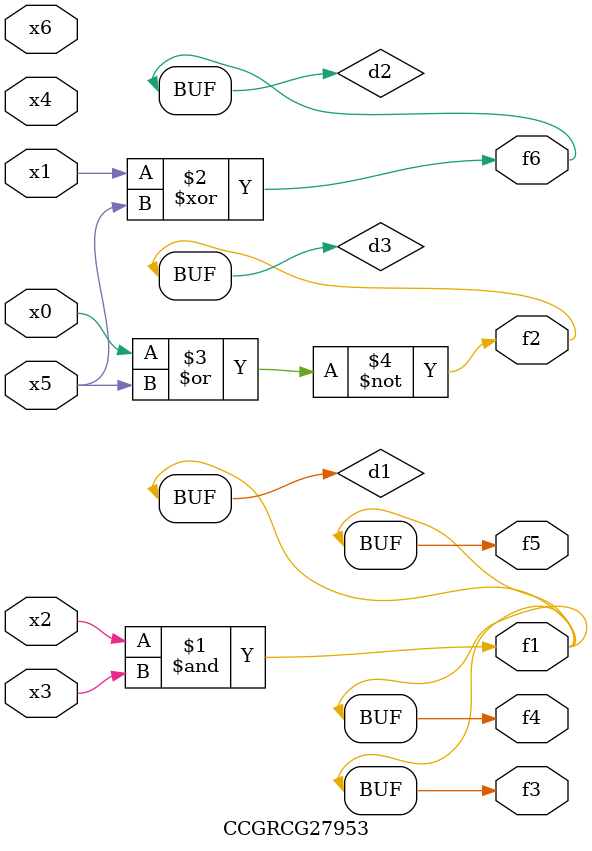
<source format=v>
module CCGRCG27953(
	input x0, x1, x2, x3, x4, x5, x6,
	output f1, f2, f3, f4, f5, f6
);

	wire d1, d2, d3;

	and (d1, x2, x3);
	xor (d2, x1, x5);
	nor (d3, x0, x5);
	assign f1 = d1;
	assign f2 = d3;
	assign f3 = d1;
	assign f4 = d1;
	assign f5 = d1;
	assign f6 = d2;
endmodule

</source>
